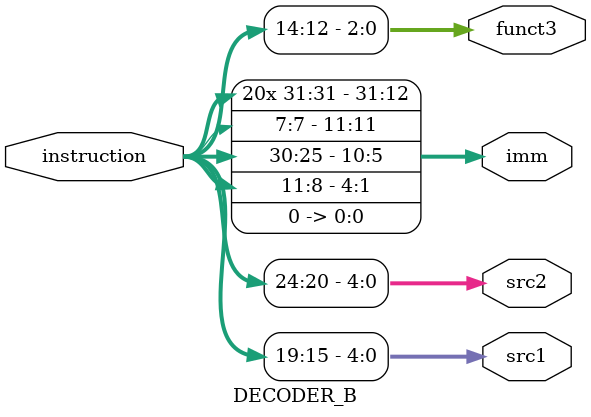
<source format=sv>
module DECODER_B (
	input  logic [31:0] instruction,
	output logic [4:0]  src1,
	output logic [4:0]  src2,
	output logic [31:0] imm,
	output logic [2:0]  funct3
);
	assign src1 	= instruction[19:15];
	assign src2 	= instruction[24:20];
	assign imm 		= {{20{instruction[31]}}, instruction[7], instruction[30:25], instruction[11:8], 1'b0};	
	assign funct3 	= instruction[14:12];
endmodule
</source>
